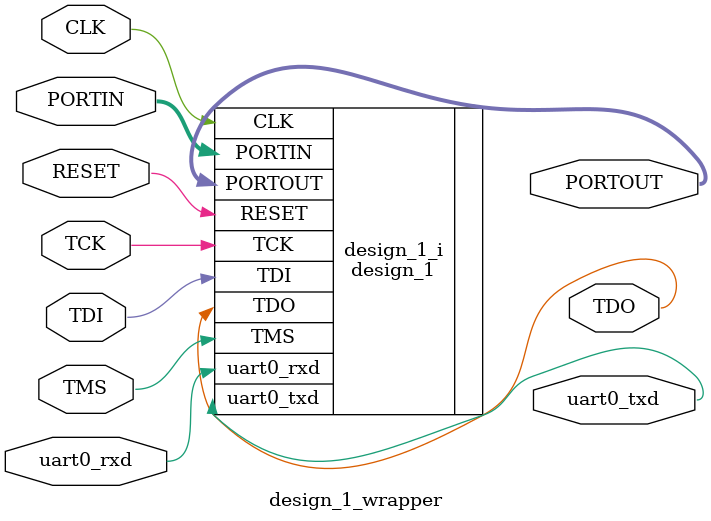
<source format=v>
`timescale 1 ps / 1 ps

module design_1_wrapper
   (CLK,
    PORTIN,
    PORTOUT,
    RESET,
    TCK,
    TDI,
    TDO,
    TMS,
    uart0_rxd,
    uart0_txd);
  input CLK;
  input [15:0]PORTIN;
  output [15:0]PORTOUT;
  input RESET;
  input TCK;
  input TDI;
  output TDO;
  inout TMS;
  input uart0_rxd;
  output uart0_txd;

  wire CLK;
  wire [15:0]PORTIN;
  wire [15:0]PORTOUT;
  wire RESET;
  wire TCK;
  wire TDI;
  wire TDO;
  wire TMS;
  wire uart0_rxd;
  wire uart0_txd;

  design_1 design_1_i
       (.CLK(CLK),
        .PORTIN(PORTIN),
        .PORTOUT(PORTOUT),
        .RESET(RESET),
        .TCK(TCK),
        .TDI(TDI),
        .TDO(TDO),
        .TMS(TMS),
        .uart0_rxd(uart0_rxd),
        .uart0_txd(uart0_txd));
endmodule

</source>
